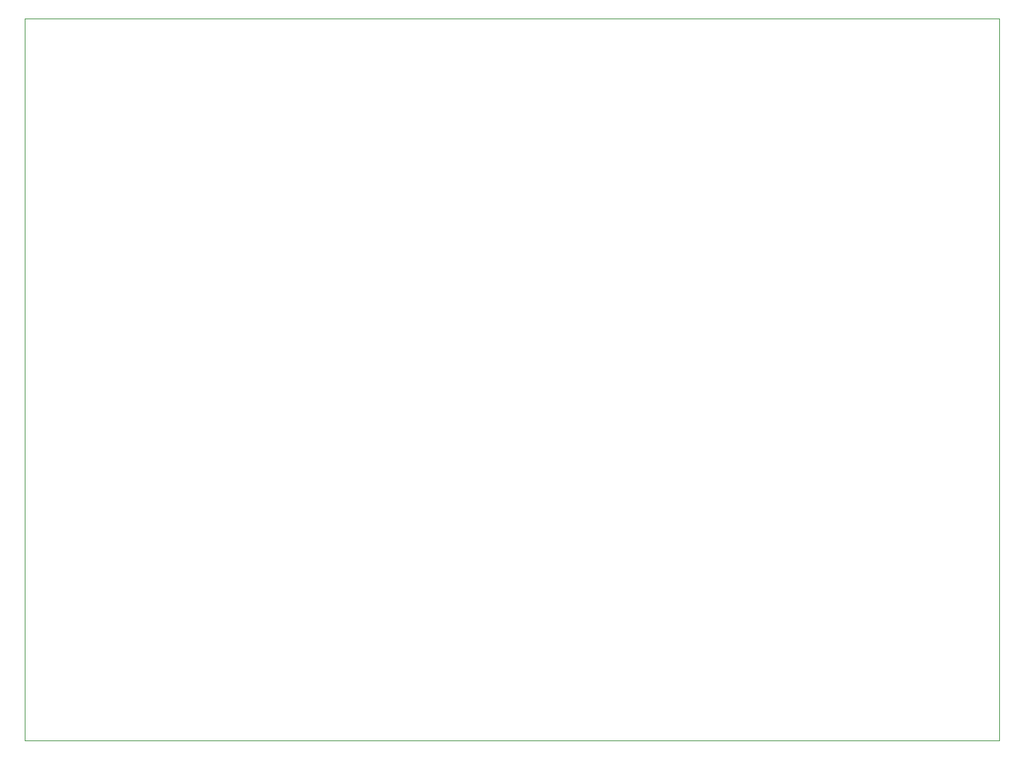
<source format=gm1>
G04 #@! TF.FileFunction,Profile,NP*
%FSLAX46Y46*%
G04 Gerber Fmt 4.6, Leading zero omitted, Abs format (unit mm)*
G04 Created by KiCad (PCBNEW 4.0.7) date 09/08/21 06:51:58*
%MOMM*%
%LPD*%
G01*
G04 APERTURE LIST*
%ADD10C,0.100000*%
G04 APERTURE END LIST*
D10*
X35000000Y-111000000D02*
X35000000Y-22000000D01*
X155000000Y-111000000D02*
X35000000Y-111000000D01*
X155000000Y-22000000D02*
X155000000Y-111000000D01*
X35000000Y-22000000D02*
X155000000Y-22000000D01*
M02*

</source>
